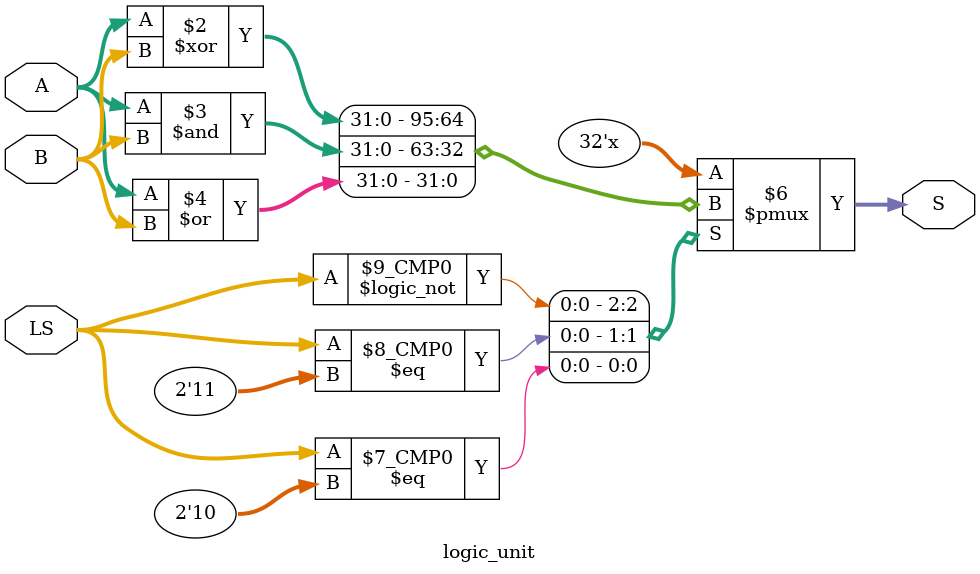
<source format=sv>
`timescale 1ns / 1ps

module logic_unit (
    input [1:0] LS,
    input [31:0] A,B,
    output logic [31:0] S
);

always_comb begin
    case (LS)
        2'b00: S = A^B;
        2'b11: S = A&B; 
        2'b10: S = A|B;
    endcase
end
    
endmodule
</source>
